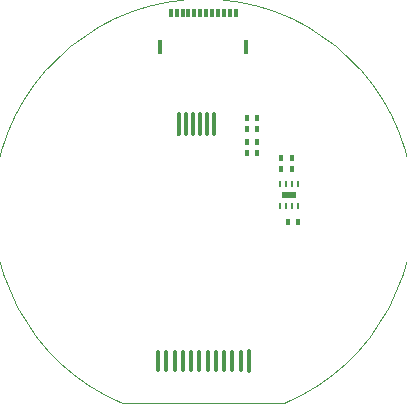
<source format=gbp>
G04*
G04 #@! TF.GenerationSoftware,Altium Limited,Altium Designer,22.0.2 (36)*
G04*
G04 Layer_Color=128*
%FSLAX25Y25*%
%MOIN*%
G70*
G04*
G04 #@! TF.SameCoordinates,6020ED95-2C93-4A4D-A151-97898FCA3E42*
G04*
G04*
G04 #@! TF.FilePolarity,Positive*
G04*
G01*
G75*
%ADD10C,0.00050*%
G04:AMPARAMS|DCode=13|XSize=78.74mil|YSize=15.75mil|CornerRadius=0mil|HoleSize=0mil|Usage=FLASHONLY|Rotation=270.000|XOffset=0mil|YOffset=0mil|HoleType=Round|Shape=Octagon|*
%AMOCTAGOND13*
4,1,8,-0.00394,-0.03937,0.00394,-0.03937,0.00787,-0.03543,0.00787,0.03543,0.00394,0.03937,-0.00394,0.03937,-0.00787,0.03543,-0.00787,-0.03543,-0.00394,-0.03937,0.0*
%
%ADD13OCTAGOND13*%

%ADD14O,0.01575X0.07874*%
%ADD15R,0.00945X0.01968*%
%ADD16R,0.04724X0.02362*%
%ADD17R,0.01575X0.01968*%
%ADD18R,0.01181X0.04528*%
%ADD19R,0.01181X0.02559*%
%ADD20O,0.01378X0.07874*%
G04:AMPARAMS|DCode=21|XSize=78.74mil|YSize=13.78mil|CornerRadius=0mil|HoleSize=0mil|Usage=FLASHONLY|Rotation=270.000|XOffset=0mil|YOffset=0mil|HoleType=Round|Shape=Octagon|*
%AMOCTAGOND21*
4,1,8,-0.00345,-0.03937,0.00345,-0.03937,0.00689,-0.03593,0.00689,0.03593,0.00345,0.03937,-0.00345,0.03937,-0.00689,0.03593,-0.00689,-0.03593,-0.00345,-0.03937,0.0*
%
%ADD21OCTAGOND21*%

D10*
X27213Y-64579D02*
G03*
X-27214Y-64579I-27213J64579D01*
G01*
X-27214D02*
X0D01*
X27213D01*
D13*
X-8206Y28500D02*
D03*
D14*
X-5843D02*
D03*
X-3481D02*
D03*
X-1119D02*
D03*
X1243D02*
D03*
X3605D02*
D03*
D15*
X25447Y960D02*
D03*
X27416D02*
D03*
X29384D02*
D03*
X31353D02*
D03*
X25447Y8440D02*
D03*
X27416D02*
D03*
X29384D02*
D03*
X31353D02*
D03*
D16*
X28400Y4700D02*
D03*
D17*
X29376Y17163D02*
D03*
X25833Y17163D02*
D03*
X17971Y30300D02*
D03*
X14428Y30300D02*
D03*
X29376Y13599D02*
D03*
X25833Y13598D02*
D03*
X14627Y18700D02*
D03*
X17973D02*
D03*
X14627Y22300D02*
D03*
X17973D02*
D03*
X17971Y26800D02*
D03*
X14428Y26800D02*
D03*
X31353Y-4135D02*
D03*
X28006D02*
D03*
D18*
X-14411Y54268D02*
D03*
X14211D02*
D03*
D19*
X10727Y65332D02*
D03*
X8758D02*
D03*
X6790D02*
D03*
X4821D02*
D03*
X2853D02*
D03*
X884D02*
D03*
X-1084D02*
D03*
X-3053D02*
D03*
X-5021D02*
D03*
X-6990D02*
D03*
X-8958D02*
D03*
X-10927D02*
D03*
D20*
X-15157Y-50500D02*
D03*
X-12402D02*
D03*
X-9646D02*
D03*
X-6890D02*
D03*
X-4134D02*
D03*
X-1378D02*
D03*
X1378D02*
D03*
X4134D02*
D03*
X6890D02*
D03*
X9646D02*
D03*
X12402D02*
D03*
D21*
X15157D02*
D03*
M02*

</source>
